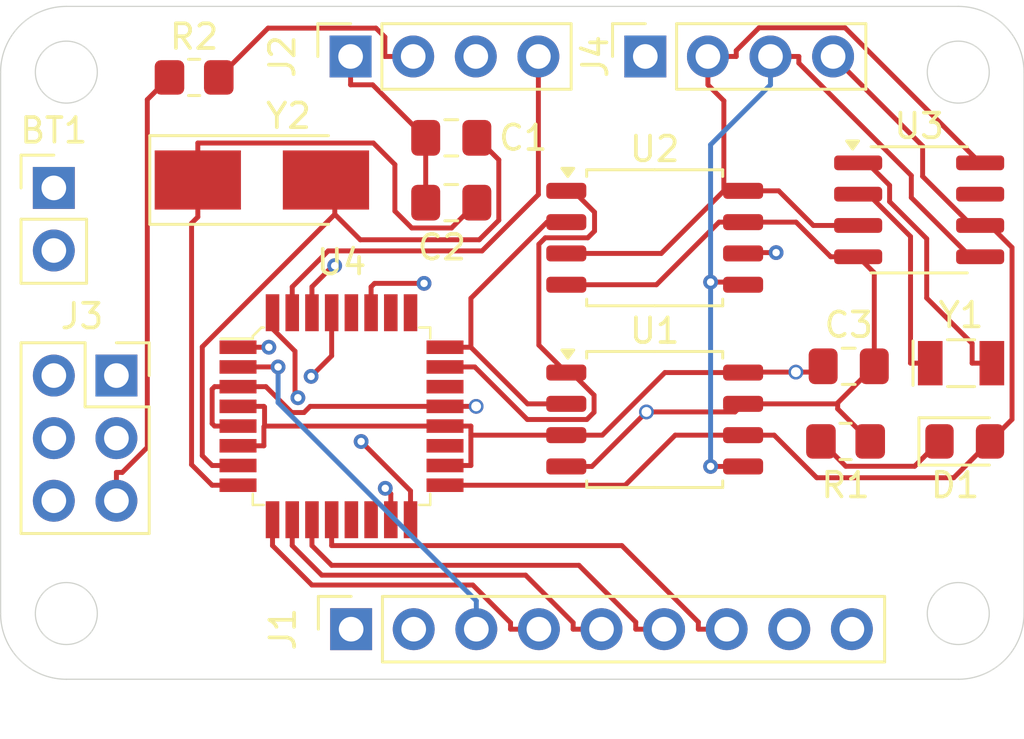
<source format=kicad_pcb>
(kicad_pcb (version 20241229) (generator "pcbnew") (generator_version "9.0")
  (title_block (title "Battery powered Arduino clone with clock &  Extended EEPROM") (date "2025-07-02") (rev "1") (company "DGN Holdings") (comment 1 "Designed by Gathonjia in Nanyuki"))
  (layers (0 "F.Cu" signal) (4 "In1.Cu" signal) (6 "In2.Cu" signal) (2 "B.Cu" signal) (13 "F.Paste" user) (15 "B.Paste" user) (5 "F.SilkS" user "F.Silkscreen") (7 "B.SilkS" user "B.Silkscreen") (1 "F.Mask" user) (3 "B.Mask" user) (25 "Edge.Cuts" user))
  (net 0 "")
  (net 1 "GNDPWR")
  (net 2 "/VCC")
  (net 3 "Net-(U4-PB6)")
  (net 4 "Net-(U4-PB7)")
  (net 5 "Net-(D1-K)")
  (net 6 "/SCK")
  (net 7 "/D7")
  (net 8 "/D6")
  (net 9 "/D5")
  (net 10 "/D4")
  (net 11 "/D3")
  (net 12 "/D8")
  (net 13 "/D2")
  (net 14 "/RX")
  (net 15 "/TX")
  (net 16 "/MOSI")
  (net 17 "/MISO")
  (net 18 "/RESET")
  (net 19 "/SDA")
  (net 20 "/ADDS1")
  (net 21 "/ADDS2")
  (net 23 "Net-(U3-X2)")
  (net 24 "Net-(U3-X1)")
  (footprint "digikey-footprints:TQFP-32_7x7mm" (layer "F.Cu") (at 159.376 83.433)
    (property "Reference" "U4" (at 0 -6.25 0) (layer "F.SilkS"))
    (property "Value" "ATMEGA328-AU")
    (fp_line (start -3.6 -3.25) (end -3.6 -3.15) (stroke (width 0.1)) (layer "F.SilkS"))
    (fp_line (start -3.6 -3.15) (end -4.9 -3.15) (stroke (width 0.1)) (layer "F.SilkS"))
    (fp_line (start -3.6 3.6) (end -3.6 3.15) (stroke (width 0.1)) (layer "F.SilkS"))
    (fp_line (start -3.6 3.6) (end -3.15 3.6) (stroke (width 0.1)) (layer "F.SilkS"))
    (fp_line (start -3.25 -3.6) (end -3.6 -3.25) (stroke (width 0.1)) (layer "F.SilkS"))
    (fp_line (start -3.15 -3.6) (end -3.25 -3.6) (stroke (width 0.1)) (layer "F.SilkS"))
    (fp_line (start 3.6 -3.6) (end 3.15 -3.6) (stroke (width 0.1)) (layer "F.SilkS"))
    (fp_line (start 3.6 -3.6) (end 3.6 -3.15) (stroke (width 0.1)) (layer "F.SilkS"))
    (fp_line (start 3.6 3.6) (end 3.15 3.6) (stroke (width 0.1)) (layer "F.SilkS"))
    (fp_line (start 3.6 3.6) (end 3.6 3.15) (stroke (width 0.1)) (layer "F.SilkS"))
    (pad "1" smd rect (at -4.2 -2.8) (size 1.5 0.55) (layers "F.Cu" "F.Mask" "F.Paste") (net 11 "/D3"))
    (pad "2" smd rect (at -4.2 -2) (size 1.5 0.55) (layers "F.Cu" "F.Mask" "F.Paste") (net 10 "/D4"))
    (pad "3" smd rect (at -4.2 -1.2) (size 1.5 0.55) (layers "F.Cu" "F.Mask" "F.Paste") (net 1 "GNDPWR"))
    (pad "4" smd rect (at -4.2 -0.4) (size 1.5 0.55) (layers "F.Cu" "F.Mask" "F.Paste") (net 2 "/VCC"))
    (pad "5" smd rect (at -4.2 0.4) (size 1.5 0.55) (layers "F.Cu" "F.Mask" "F.Paste") (net 1 "GNDPWR"))
    (pad "6" smd rect (at -4.2 1.2) (size 1.5 0.55) (layers "F.Cu" "F.Mask" "F.Paste") (net 2 "/VCC"))
    (pad "7" smd rect (at -4.2 2) (size 1.5 0.55) (layers "F.Cu" "F.Mask" "F.Paste") (net 3 "Net-(U4-PB6)"))
    (pad "8" smd rect (at -4.2 2.8) (size 1.5 0.55) (layers "F.Cu" "F.Mask" "F.Paste") (net 4 "Net-(U4-PB7)"))
    (pad "9" smd rect (at -2.8 4.2) (size 0.55 1.5) (layers "F.Cu" "F.Mask" "F.Paste") (net 9 "/D5"))
    (pad "10" smd rect (at -2 4.2) (size 0.55 1.5) (layers "F.Cu" "F.Mask" "F.Paste") (net 8 "/D6"))
    (pad "11" smd rect (at -1.2 4.2) (size 0.55 1.5) (layers "F.Cu" "F.Mask" "F.Paste") (net 7 "/D7"))
    (pad "12" smd rect (at -0.4 4.2) (size 0.55 1.5) (layers "F.Cu" "F.Mask" "F.Paste") (net 12 "/D8"))
    (pad "13" smd rect (at 0.4 4.2) (size 0.55 1.5) (layers "F.Cu" "F.Mask" "F.Paste"))
    (pad "14" smd rect (at 1.2 4.2) (size 0.55 1.5) (layers "F.Cu" "F.Mask" "F.Paste"))
    (pad "15" smd rect (at 2 4.2) (size 0.55 1.5) (layers "F.Cu" "F.Mask" "F.Paste") (net 16 "/MOSI"))
    (pad "16" smd rect (at 2.8 4.2) (size 0.55 1.5) (layers "F.Cu" "F.Mask" "F.Paste") (net 17 "/MISO"))
    (pad "17" smd rect (at 4.2 2.8) (size 1.5 0.55) (layers "F.Cu" "F.Mask" "F.Paste") (net 6 "/SCK"))
    (pad "18" smd rect (at 4.2 2) (size 1.5 0.55) (layers "F.Cu" "F.Mask" "F.Paste") (net 2 "/VCC"))
    (pad "19" smd rect (at 4.2 1.2) (size 1.5 0.55) (layers "F.Cu" "F.Mask" "F.Paste"))
    (pad "20" smd rect (at 4.2 0.4) (size 1.5 0.55) (layers "F.Cu" "F.Mask" "F.Paste") (net 2 "/VCC"))
    (pad "21" smd rect (at 4.2 -0.4) (size 1.5 0.55) (layers "F.Cu" "F.Mask" "F.Paste") (net 1 "GNDPWR"))
    (pad "22" smd rect (at 4.2 -1.2) (size 1.5 0.55) (layers "F.Cu" "F.Mask" "F.Paste"))
    (pad "23" smd rect (at 4.2 -2) (size 1.5 0.55) (layers "F.Cu" "F.Mask" "F.Paste") (net 20 "/ADDS1"))
    (pad "24" smd rect (at 4.2 -2.8) (size 1.5 0.55) (layers "F.Cu" "F.Mask" "F.Paste") (net 21 "/ADDS2"))
    (pad "25" smd rect (at 2.8 -4.2) (size 0.55 1.5) (layers "F.Cu" "F.Mask" "F.Paste"))
    (pad "26" smd rect (at 2 -4.2) (size 0.55 1.5) (layers "F.Cu" "F.Mask" "F.Paste"))
    (pad "27" smd rect (at 1.2 -4.2) (size 0.55 1.5) (layers "F.Cu" "F.Mask" "F.Paste") (net 19 "/SDA"))
    (pad "28" smd rect (at 0.4 -4.2) (size 0.55 1.5) (layers "F.Cu" "F.Mask" "F.Paste"))
    (pad "29" smd rect (at -0.4 -4.2) (size 0.55 1.5) (layers "F.Cu" "F.Mask" "F.Paste") (net 18 "/RESET"))
    (pad "30" smd rect (at -1.2 -4.2) (size 0.55 1.5) (layers "F.Cu" "F.Mask" "F.Paste") (net 14 "/RX"))
    (pad "31" smd rect (at -2 -4.2) (size 0.55 1.5) (layers "F.Cu" "F.Mask" "F.Paste") (net 15 "/TX"))
    (pad "32" smd rect (at -2.8 -4.2) (size 0.55 1.5) (layers "F.Cu" "F.Mask" "F.Paste") (net 13 "/D2"))
  )
  (footprint "Connector_PinSocket_2.54mm:PinSocket_2x03_P2.54mm_Vertical" (layer "F.Cu") (at 150.241 81.783)
    (property "Reference" "J3" (at -1.397 -2.408 0) (layer "F.SilkS"))
    (property "Value" "ICSP")
    (fp_line (start -3.87 -1.33) (end -3.87 6.41) (stroke (width 0.12)) (layer "F.SilkS"))
    (fp_line (start -3.87 -1.33) (end -1.27 -1.33) (stroke (width 0.12)) (layer "F.SilkS"))
    (fp_line (start -3.87 6.41) (end 1.33 6.41) (stroke (width 0.12)) (layer "F.SilkS"))
    (fp_line (start -1.27 -1.33) (end -1.27 1.27) (stroke (width 0.12)) (layer "F.SilkS"))
    (fp_line (start -1.27 1.27) (end 1.33 1.27) (stroke (width 0.12)) (layer "F.SilkS"))
    (fp_line (start 0 -1.33) (end 1.33 -1.33) (stroke (width 0.12)) (layer "F.SilkS"))
    (fp_line (start 1.33 -1.33) (end 1.33 0) (stroke (width 0.12)) (layer "F.SilkS"))
    (fp_line (start 1.33 1.27) (end 1.33 6.41) (stroke (width 0.12)) (layer "F.SilkS"))
    (pad "1" thru_hole rect (at 0 0) (size 1.7 1.7) (drill 1) (layers "*.Cu" "*.Mask") (net 17 "/MISO"))
    (pad "2" thru_hole oval (at -2.54 0) (size 1.7 1.7) (drill 1) (layers "*.Cu" "*.Mask") (net 2 "/VCC"))
    (pad "3" thru_hole oval (at 0 2.54) (size 1.7 1.7) (drill 1) (layers "*.Cu" "*.Mask") (net 6 "/SCK"))
    (pad "4" thru_hole oval (at -2.54 2.54) (size 1.7 1.7) (drill 1) (layers "*.Cu" "*.Mask") (net 16 "/MOSI"))
    (pad "5" thru_hole oval (at 0 5.08) (size 1.7 1.7) (drill 1) (layers "*.Cu" "*.Mask") (net 18 "/RESET"))
    (pad "6" thru_hole oval (at -2.54 5.08) (size 1.7 1.7) (drill 1) (layers "*.Cu" "*.Mask") (net 1 "GNDPWR"))
  )
  (footprint "Connector_PinSocket_2.54mm:PinSocket_1x04_P2.54mm_Vertical" (layer "F.Cu") (at 159.7447 68.834 90)
    (property "Reference" "J2" (at 0 -2.77 90) (layer "F.SilkS"))
    (property "Value" "Serial")
    (fp_line (start 1.33 -1.33) (end 1.33 0) (stroke (width 0.12)) (layer "F.SilkS"))
    (fp_line (start 0 -1.33) (end 1.33 -1.33) (stroke (width 0.12)) (layer "F.SilkS"))
    (fp_line (start 1.33 1.27) (end 1.33 8.95) (stroke (width 0.12)) (layer "F.SilkS"))
    (fp_line (start -1.33 1.27) (end 1.33 1.27) (stroke (width 0.12)) (layer "F.SilkS"))
    (fp_line (start -1.33 1.27) (end -1.33 8.95) (stroke (width 0.12)) (layer "F.SilkS"))
    (fp_line (start -1.33 8.95) (end 1.33 8.95) (stroke (width 0.12)) (layer "F.SilkS"))
    (pad "1" thru_hole rect (at 0 0 90) (size 1.7 1.7) (drill 1) (layers "*.Cu" "*.Mask") (net 1 "GNDPWR"))
    (pad "2" thru_hole oval (at 0 2.54 90) (size 1.7 1.7) (drill 1) (layers "*.Cu" "*.Mask") (net 2 "/VCC"))
    (pad "3" thru_hole oval (at 0 5.08 90) (size 1.7 1.7) (drill 1) (layers "*.Cu" "*.Mask") (net 14 "/RX"))
    (pad "4" thru_hole oval (at 0 7.62 90) (size 1.7 1.7) (drill 1) (layers "*.Cu" "*.Mask") (net 15 "/TX"))
  )
  (footprint "Connector_PinSocket_2.54mm:PinSocket_1x04_P2.54mm_Vertical" (layer "F.Cu") (at 171.704 68.834 90)
    (property "Reference" "J4" (at 0 -2.032 90) (layer "F.SilkS"))
    (property "Value" "I2C")
    (fp_line (start 1.33 -1.33) (end 1.33 0) (stroke (width 0.12)) (layer "F.SilkS"))
    (fp_line (start 0 -1.33) (end 1.33 -1.33) (stroke (width 0.12)) (layer "F.SilkS"))
    (fp_line (start 1.33 1.27) (end 1.33 8.95) (stroke (width 0.12)) (layer "F.SilkS"))
    (fp_line (start -1.33 1.27) (end 1.33 1.27) (stroke (width 0.12)) (layer "F.SilkS"))
    (fp_line (start -1.33 1.27) (end -1.33 8.95) (stroke (width 0.12)) (layer "F.SilkS"))
    (fp_line (start -1.33 8.95) (end 1.33 8.95) (stroke (width 0.12)) (layer "F.SilkS"))
    (pad "1" thru_hole rect (at 0 0 90) (size 1.7 1.7) (drill 1) (layers "*.Cu" "*.Mask") (net 1 "GNDPWR"))
    (pad "2" thru_hole oval (at 0 2.54 90) (size 1.7 1.7) (drill 1) (layers "*.Cu" "*.Mask") (net 2 "/VCC"))
    (pad "3" thru_hole oval (at 0 5.08 90) (size 1.7 1.7) (drill 1) (layers "*.Cu" "*.Mask") (net 19 "/SDA"))
    (pad "4" thru_hole oval (at 0 7.62 90) (size 1.7 1.7) (drill 1) (layers "*.Cu" "*.Mask") (net 6 "/SCK"))
  )
  (footprint "Capacitor_SMD:C_0805_2012Metric_Pad1.18x1.45mm_HandSolder" (layer "F.Cu") (at 163.83 72.136)
    (property "Reference" "C1" (at 2.921 0 0) (layer "F.SilkS"))
    (property "Value" "22pF")
    (fp_line (start -0.261252 -0.735) (end 0.261252 -0.735) (stroke (width 0.12)) (layer "F.SilkS"))
    (fp_line (start -0.261252 0.735) (end 0.261252 0.735) (stroke (width 0.12)) (layer "F.SilkS"))
    (pad "1" smd roundrect (at -1.0375 0) (size 1.175 1.45) (layers "F.Cu" "F.Mask" "F.Paste") (roundrect_rratio 0.212766) (net 1 "GNDPWR"))
    (pad "2" smd roundrect (at 1.0375 0) (size 1.175 1.45) (layers "F.Cu" "F.Mask" "F.Paste") (roundrect_rratio 0.212766) (net 3 "Net-(U4-PB6)"))
  )
  (footprint "Package_SO:SOIC-8_5.3x5.3mm_P1.27mm" (layer "F.Cu") (at 172.085 83.566)
    (property "Reference" "U1" (at 0 -3.6 0) (layer "F.SilkS"))
    (property "Value" "24LC1025")
    (fp_line (start -2.76 -2.76) (end -2.76 -2.49) (stroke (width 0.12)) (layer "F.SilkS"))
    (fp_line (start -2.76 2.76) (end -2.76 2.49) (stroke (width 0.12)) (layer "F.SilkS"))
    (fp_line (start 0 -2.76) (end -2.76 -2.76) (stroke (width 0.12)) (layer "F.SilkS"))
    (fp_line (start 0 -2.76) (end 2.76 -2.76) (stroke (width 0.12)) (layer "F.SilkS"))
    (fp_line (start 0 2.76) (end -2.76 2.76) (stroke (width 0.12)) (layer "F.SilkS"))
    (fp_line (start 0 2.76) (end 2.76 2.76) (stroke (width 0.12)) (layer "F.SilkS"))
    (fp_line (start 2.76 -2.76) (end 2.76 -2.49) (stroke (width 0.12)) (layer "F.SilkS"))
    (fp_line (start 2.76 2.76) (end 2.76 2.49) (stroke (width 0.12)) (layer "F.SilkS"))
    (fp_poly (pts (xy -3.525 -2.49) (xy -3.765 -2.82) (xy -3.285 -2.82) (xy -3.525 -2.49)) (stroke (width 0.12)) (fill yes) (layer "F.SilkS"))
    (pad "1" smd roundrect (at -3.5875 -1.905) (size 1.625 0.65) (layers "F.Cu" "F.Mask" "F.Paste") (net 20 "/ADDS1"))
    (pad "2" smd roundrect (at -3.5875 -0.635) (size 1.625 0.65) (layers "F.Cu" "F.Mask" "F.Paste") (net 21 "/ADDS2"))
    (pad "3" smd roundrect (at -3.5875 0.635) (size 1.625 0.65) (layers "F.Cu" "F.Mask" "F.Paste") (net 2 "/VCC"))
    (pad "4" smd roundrect (at -3.5875 1.905) (size 1.625 0.65) (layers "F.Cu" "F.Mask" "F.Paste") (net 1 "GNDPWR"))
    (pad "5" smd roundrect (at 3.5875 1.905) (size 1.625 0.65) (layers "F.Cu" "F.Mask" "F.Paste") (net 19 "/SDA"))
    (pad "6" smd roundrect (at 3.5875 0.635) (size 1.625 0.65) (layers "F.Cu" "F.Mask" "F.Paste") (net 6 "/SCK"))
    (pad "7" smd roundrect (at 3.5875 -0.635) (size 1.625 0.65) (layers "F.Cu" "F.Mask" "F.Paste") (net 1 "GNDPWR"))
    (pad "8" smd roundrect (at 3.5875 -1.905) (size 1.625 0.65) (layers "F.Cu" "F.Mask" "F.Paste") (net 2 "/VCC"))
  )
  (footprint "Capacitor_SMD:C_0805_2012Metric_Pad1.18x1.45mm_HandSolder" (layer "F.Cu") (at 163.83 74.7669)
    (property "Reference" "C2" (at -0.381 1.814119 180) (layer "F.SilkS"))
    (property "Value" "22pF")
    (fp_line (start -0.261252 -0.735) (end 0.261252 -0.735) (stroke (width 0.12)) (layer "F.SilkS"))
    (fp_line (start -0.261252 0.735) (end 0.261252 0.735) (stroke (width 0.12)) (layer "F.SilkS"))
    (pad "1" smd roundrect (at -1.0375 0) (size 1.175 1.45) (layers "F.Cu" "F.Mask" "F.Paste") (roundrect_rratio 0.212766) (net 1 "GNDPWR"))
    (pad "2" smd roundrect (at 1.0375 0) (size 1.175 1.45) (layers "F.Cu" "F.Mask" "F.Paste") (roundrect_rratio 0.212766) (net 4 "Net-(U4-PB7)"))
  )
  (footprint "Crystal:Crystal_SMD_MicroCrystal_CC7V-T1A-2Pin_3.2x1.5mm" (layer "F.Cu") (at 184.517 81.28)
    (property "Reference" "Y1" (at 0 -1.95 0) (layer "F.SilkS"))
    (property "Value" "32MHz")
    (fp_line (start -1.95 -0.9) (end -1.95 0.9) (stroke (width 0.12)) (layer "F.SilkS"))
    (fp_line (start -0.55 -0.95) (end 0.55 -0.95) (stroke (width 0.12)) (layer "F.SilkS"))
    (fp_line (start -0.55 0.95) (end 0.55 0.95) (stroke (width 0.12)) (layer "F.SilkS"))
    (pad "1" smd rect (at -1.25 0) (size 1 1.8) (layers "F.Cu" "F.Mask" "F.Paste") (net 23 "Net-(U3-X2)"))
    (pad "2" smd rect (at 1.25 0) (size 1 1.8) (layers "F.Cu" "F.Mask" "F.Paste") (net 24 "Net-(U3-X1)"))
  )
  (footprint "Capacitor_SMD:C_0805_2012Metric_Pad1.18x1.45mm_HandSolder" (layer "F.Cu") (at 179.958 81.407)
    (property "Reference" "C3" (at 0 -1.68 0) (layer "F.SilkS"))
    (property "Value" "10uF")
    (fp_line (start -0.261252 -0.735) (end 0.261252 -0.735) (stroke (width 0.12)) (layer "F.SilkS"))
    (fp_line (start -0.261252 0.735) (end 0.261252 0.735) (stroke (width 0.12)) (layer "F.SilkS"))
    (pad "1" smd roundrect (at -1.0375 0) (size 1.175 1.45) (layers "F.Cu" "F.Mask" "F.Paste") (roundrect_rratio 0.212766) (net 2 "/VCC"))
    (pad "2" smd roundrect (at 1.0375 0) (size 1.175 1.45) (layers "F.Cu" "F.Mask" "F.Paste") (roundrect_rratio 0.212766) (net 1 "GNDPWR"))
  )
  (footprint "Connector_PinHeader_2.54mm:PinHeader_1x02_P2.54mm_Vertical" (layer "F.Cu") (at 147.701 74.168)
    (property "Reference" "BT1" (at 0 -2.33 0) (layer "F.SilkS"))
    (property "Value" "Battery 3V")
    (fp_line (start -1.33 -1.33) (end 0 -1.33) (stroke (width 0.12)) (layer "F.SilkS"))
    (fp_line (start -1.33 0) (end -1.33 -1.33) (stroke (width 0.12)) (layer "F.SilkS"))
    (fp_line (start -1.33 1.27) (end -1.33 3.87) (stroke (width 0.12)) (layer "F.SilkS"))
    (fp_line (start -1.33 1.27) (end 1.33 1.27) (stroke (width 0.12)) (layer "F.SilkS"))
    (fp_line (start -1.33 3.87) (end 1.33 3.87) (stroke (width 0.12)) (layer "F.SilkS"))
    (fp_line (start 1.33 1.27) (end 1.33 3.87) (stroke (width 0.12)) (layer "F.SilkS"))
    (pad "1" thru_hole rect (at 0 0) (size 1.7 1.7) (drill 1) (layers "*.Cu" "*.Mask") (net 2 "/VCC"))
    (pad "2" thru_hole oval (at 0 2.54) (size 1.7 1.7) (drill 1) (layers "*.Cu" "*.Mask") (net 1 "GNDPWR"))
  )
  (footprint "Resistor_SMD:R_0805_2012Metric_Pad1.20x1.40mm_HandSolder" (layer "F.Cu") (at 153.3947 69.684)
    (property "Reference" "R2" (at 0 -1.65 0) (layer "F.SilkS"))
    (property "Value" "10KOhm")
    (fp_line (start -0.227064 -0.735) (end 0.227064 -0.735) (stroke (width 0.12)) (layer "F.SilkS"))
    (fp_line (start -0.227064 0.735) (end 0.227064 0.735) (stroke (width 0.12)) (layer "F.SilkS"))
    (pad "1" smd roundrect (at -1 0) (size 1.2 1.4) (layers "F.Cu" "F.Mask" "F.Paste") (roundrect_rratio 0.208333) (net 18 "/RESET"))
    (pad "2" smd roundrect (at 1 0) (size 1.2 1.4) (layers "F.Cu" "F.Mask" "F.Paste") (roundrect_rratio 0.208333) (net 2 "/VCC"))
  )
  (footprint "LED_SMD:LED_0805_2012Metric_Pad1.15x1.40mm_HandSolder" (layer "F.Cu") (at 184.667 84.455)
    (property "Reference" "D1" (at -0.391 1.778 180) (layer "F.SilkS"))
    (property "Value" "LED")
    (fp_line (start -1.86 -0.96) (end -1.86 0.96) (stroke (width 0.12)) (layer "F.SilkS"))
    (fp_line (start -1.86 0.96) (end 1 0.96) (stroke (width 0.12)) (layer "F.SilkS"))
    (fp_line (start 1 -0.96) (end -1.86 -0.96) (stroke (width 0.12)) (layer "F.SilkS"))
    (pad "1" smd roundrect (at -1.025 0) (size 1.15 1.4) (layers "F.Cu" "F.Mask" "F.Paste") (roundrect_rratio 0.217391) (net 5 "Net-(D1-K)"))
    (pad "2" smd roundrect (at 1.025 0) (size 1.15 1.4) (layers "F.Cu" "F.Mask" "F.Paste") (roundrect_rratio 0.217391) (net 6 "/SCK"))
  )
  (footprint "Crystal:Crystal_SMD_5032-2Pin_5.0x3.2mm_HandSoldering" (layer "F.Cu") (at 156.1447 73.8469)
    (property "Reference" "Y2" (at 1.081343 -2.599881 0) (layer "F.SilkS"))
    (property "Value" "16MHz")
    (fp_line (start -4.55 -1.8) (end -4.55 1.8) (stroke (width 0.12)) (layer "F.SilkS"))
    (fp_line (start -4.55 1.8) (end 2.7 1.8) (stroke (width 0.12)) (layer "F.SilkS"))
    (fp_line (start 2.7 -1.8) (end -4.55 -1.8) (stroke (width 0.12)) (layer "F.SilkS"))
    (pad "1" smd rect (at -2.6 0) (size 3.5 2.4) (layers "F.Cu" "F.Mask" "F.Paste") (net 4 "Net-(U4-PB7)"))
    (pad "2" smd rect (at 2.6 0) (size 3.5 2.4) (layers "F.Cu" "F.Mask" "F.Paste") (net 3 "Net-(U4-PB6)"))
  )
  (footprint "Package_SO:SOIC-8_3.9x4.9mm_P1.27mm" (layer "F.Cu") (at 182.817 75.057)
    (property "Reference" "U3" (at 0 -3.4 0) (layer "F.SilkS"))
    (property "Value" "DS13375+")
    (fp_line (start 0 -2.56) (end -1.95 -2.56) (stroke (width 0.12)) (layer "F.SilkS"))
    (fp_line (start 0 -2.56) (end 1.95 -2.56) (stroke (width 0.12)) (layer "F.SilkS"))
    (fp_line (start 0 2.56) (end -1.95 2.56) (stroke (width 0.12)) (layer "F.SilkS"))
    (fp_line (start 0 2.56) (end 1.95 2.56) (stroke (width 0.12)) (layer "F.SilkS"))
    (fp_poly (pts (xy -2.7 -2.465) (xy -2.94 -2.795) (xy -2.46 -2.795) (xy -2.7 -2.465)) (stroke (width 0.12)) (fill yes) (layer "F.SilkS"))
    (pad "1" smd roundrect (at -2.475 -1.905) (size 1.95 0.6) (layers "F.Cu" "F.Mask" "F.Paste") (net 24 "Net-(U3-X1)"))
    (pad "2" smd roundrect (at -2.475 -0.635) (size 1.95 0.6) (layers "F.Cu" "F.Mask" "F.Paste") (net 23 "Net-(U3-X2)"))
    (pad "3" smd roundrect (at -2.475 0.635) (size 1.95 0.6) (layers "F.Cu" "F.Mask" "F.Paste") (net 2 "/VCC"))
    (pad "4" smd roundrect (at -2.475 1.905) (size 1.95 0.6) (layers "F.Cu" "F.Mask" "F.Paste") (net 1 "GNDPWR"))
    (pad "5" smd roundrect (at 2.475 1.905) (size 1.95 0.6) (layers "F.Cu" "F.Mask" "F.Paste") (net 19 "/SDA"))
    (pad "6" smd roundrect (at 2.475 0.635) (size 1.95 0.6) (layers "F.Cu" "F.Mask" "F.Paste") (net 6 "/SCK"))
    (pad "7" smd roundrect (at 2.475 -0.635) (size 1.95 0.6) (layers "F.Cu" "F.Mask" "F.Paste"))
    (pad "8" smd roundrect (at 2.475 -1.905) (size 1.95 0.6) (layers "F.Cu" "F.Mask" "F.Paste") (net 2 "/VCC"))
  )
  (footprint "Package_SO:SOIC-8_5.3x5.3mm_P1.27mm" (layer "F.Cu") (at 172.085 76.192)
    (property "Reference" "U2" (at 0 -3.6 0) (layer "F.SilkS"))
    (property "Value" "24LC1025")
    (fp_line (start -2.76 -2.76) (end -2.76 -2.49) (stroke (width 0.12)) (layer "F.SilkS"))
    (fp_line (start -2.76 2.76) (end -2.76 2.49) (stroke (width 0.12)) (layer "F.SilkS"))
    (fp_line (start 0 -2.76) (end -2.76 -2.76) (stroke (width 0.12)) (layer "F.SilkS"))
    (fp_line (start 0 -2.76) (end 2.76 -2.76) (stroke (width 0.12)) (layer "F.SilkS"))
    (fp_line (start 0 2.76) (end -2.76 2.76) (stroke (width 0.12)) (layer "F.SilkS"))
    (fp_line (start 0 2.76) (end 2.76 2.76) (stroke (width 0.12)) (layer "F.SilkS"))
    (fp_line (start 2.76 -2.76) (end 2.76 -2.49) (stroke (width 0.12)) (layer "F.SilkS"))
    (fp_line (start 2.76 2.76) (end 2.76 2.49) (stroke (width 0.12)) (layer "F.SilkS"))
    (fp_poly (pts (xy -3.525 -2.49) (xy -3.765 -2.82) (xy -3.285 -2.82) (xy -3.525 -2.49)) (stroke (width 0.12)) (fill yes) (layer "F.SilkS"))
    (pad "1" smd roundrect (at -3.5875 -1.905) (size 1.625 0.65) (layers "F.Cu" "F.Mask" "F.Paste") (net 20 "/ADDS1"))
    (pad "2" smd roundrect (at -3.5875 -0.635) (size 1.625 0.65) (layers "F.Cu" "F.Mask" "F.Paste") (net 21 "/ADDS2"))
    (pad "3" smd roundrect (at -3.5875 0.635) (size 1.625 0.65) (layers "F.Cu" "F.Mask" "F.Paste") (net 2 "/VCC"))
    (pad "4" smd roundrect (at -3.5875 1.905) (size 1.625 0.65) (layers "F.Cu" "F.Mask" "F.Paste") (net 1 "GNDPWR"))
    (pad "5" smd roundrect (at 3.5875 1.905) (size 1.625 0.65) (layers "F.Cu" "F.Mask" "F.Paste") (net 19 "/SDA"))
    (pad "6" smd roundrect (at 3.5875 0.635) (size 1.625 0.65) (layers "F.Cu" "F.Mask" "F.Paste") (net 6 "/SCK"))
    (pad "7" smd roundrect (at 3.5875 -0.635) (size 1.625 0.65) (layers "F.Cu" "F.Mask" "F.Paste") (net 1 "GNDPWR"))
    (pad "8" smd roundrect (at 3.5875 -1.905) (size 1.625 0.65) (layers "F.Cu" "F.Mask" "F.Paste") (net 2 "/VCC"))
  )
  (footprint "Connector_PinSocket_2.54mm:PinSocket_1x09_P2.54mm_Vertical" (layer "F.Cu") (at 159.766 92.075 90)
    (property "Reference" "J1" (at 0 -2.77 90) (layer "F.SilkS"))
    (property "Value" "Digital pins")
    (fp_line (start 1.33 -1.33) (end 1.33 0) (stroke (width 0.12)) (layer "F.SilkS"))
    (fp_line (start 0 -1.33) (end 1.33 -1.33) (stroke (width 0.12)) (layer "F.SilkS"))
    (fp_line (start 1.33 1.27) (end 1.33 21.65) (stroke (width 0.12)) (layer "F.SilkS"))
    (fp_line (start -1.33 1.27) (end 1.33 1.27) (stroke (width 0.12)) (layer "F.SilkS"))
    (fp_line (start -1.33 1.27) (end -1.33 21.65) (stroke (width 0.12)) (layer "F.SilkS"))
    (fp_line (start -1.33 21.65) (end 1.33 21.65) (stroke (width 0.12)) (layer "F.SilkS"))
    (pad "1" thru_hole rect (at 0 0 90) (size 1.7 1.7) (drill 1) (layers "*.Cu" "*.Mask") (net 13 "/D2"))
    (pad "2" thru_hole oval (at 0 2.54 90) (size 1.7 1.7) (drill 1) (layers "*.Cu" "*.Mask") (net 11 "/D3"))
    (pad "3" thru_hole oval (at 0 5.08 90) (size 1.7 1.7) (drill 1) (layers "*.Cu" "*.Mask") (net 10 "/D4"))
    (pad "4" thru_hole oval (at 0 7.62 90) (size 1.7 1.7) (drill 1) (layers "*.Cu" "*.Mask") (net 9 "/D5"))
    (pad "5" thru_hole oval (at 0 10.16 90) (size 1.7 1.7) (drill 1) (layers "*.Cu" "*.Mask") (net 8 "/D6"))
    (pad "6" thru_hole oval (at 0 12.7 90) (size 1.7 1.7) (drill 1) (layers "*.Cu" "*.Mask") (net 7 "/D7"))
    (pad "7" thru_hole oval (at 0 15.24 90) (size 1.7 1.7) (drill 1) (layers "*.Cu" "*.Mask") (net 12 "/D8"))
    (pad "8" thru_hole oval (at 0 17.78 90) (size 1.7 1.7) (drill 1) (layers "*.Cu" "*.Mask") (net 1 "GNDPWR"))
    (pad "9" thru_hole oval (at 0 20.32 90) (size 1.7 1.7) (drill 1) (layers "*.Cu" "*.Mask") (net 2 "/VCC"))
  )
  (footprint "Resistor_SMD:R_0805_2012Metric_Pad1.20x1.40mm_HandSolder" (layer "F.Cu") (at 179.831 84.455)
    (property "Reference" "R1" (at 0 1.778 0) (layer "F.SilkS"))
    (property "Value" "330Ohm")
    (fp_line (start -0.227064 -0.735) (end 0.227064 -0.735) (stroke (width 0.12)) (layer "F.SilkS"))
    (fp_line (start -0.227064 0.735) (end 0.227064 0.735) (stroke (width 0.12)) (layer "F.SilkS"))
    (pad "1" smd roundrect (at -1 0) (size 1.2 1.4) (layers "F.Cu" "F.Mask" "F.Paste") (roundrect_rratio 0.208333) (net 5 "Net-(D1-K)"))
    (pad "2" smd roundrect (at 1 0) (size 1.2 1.4) (layers "F.Cu" "F.Mask" "F.Paste") (roundrect_rratio 0.208333) (net 1 "GNDPWR"))
  )
  (gr_arc (start 148.209 94.107) (mid 146.323146 93.325854) (end 145.542 91.44) (stroke (width 0.05)) (layer "Edge.Cuts"))
  (gr_circle (center 148.209 69.469) (end 149.098 70.358) (stroke (width 0.05)) (fill no) (layer "Edge.Cuts"))
  (gr_arc (start 145.542 69.469) (mid 146.323146 67.583146) (end 148.209 66.802) (stroke (width 0.05)) (layer "Edge.Cuts"))
  (gr_circle (center 184.404 69.469) (end 185.293 70.358) (stroke (width 0.05)) (fill no) (layer "Edge.Cuts"))
  (gr_line (start 184.404 94.107) (end 148.209 94.107) (stroke (width 0.05)) (layer "Edge.Cuts"))
  (gr_line (start 145.542 91.44) (end 145.542 69.469) (stroke (width 0.05)) (layer "Edge.Cuts"))
  (gr_arc (start 187.071 91.44) (mid 186.289854 93.325854) (end 184.404 94.107) (stroke (width 0.05)) (layer "Edge.Cuts"))
  (gr_line (start 148.209 66.802) (end 184.404 66.802) (stroke (width 0.05)) (layer "Edge.Cuts"))
  (gr_arc (start 184.404 66.802) (mid 186.289854 67.583146) (end 187.071 69.469) (stroke (width 0.05)) (layer "Edge.Cuts"))
  (gr_circle (center 184.404 91.44) (end 185.293 92.329) (stroke (width 0.05)) (fill no) (layer "Edge.Cuts"))
  (gr_line (start 187.071 69.469) (end 187.071 91.44) (stroke (width 0.05)) (layer "Edge.Cuts"))
  (gr_circle (center 148.209 91.44) (end 149.098 92.329) (stroke (width 0.05)) (fill no) (layer "Edge.Cuts"))
  (segment (start 156.3074 82.233) (end 157.3571 83.2827) (width 0.2) (layer "F.Cu") (net 1))
  (segment (start 172.1557 78.097) (end 168.4975 78.097) (width 0.2) (layer "F.Cu") (net 1))
  (segment (start 180.9955 81.407) (end 179.51 82.8925) (width 0.2) (layer "F.Cu") (net 1))
  (segment (start 177.8226 75.557) (end 175.6725 75.557) (width 0.2) (layer "F.Cu") (net 1))
  (segment (start 157.8542 83.2827) (end 158.1039 83.033) (width 0.2) (layer "F.Cu") (net 1))
  (segment (start 154.1259 83.7329) (end 154.1259 82.3331) (width 0.2) (layer "F.Cu") (net 1))
  (segment (start 155.176 82.233) (end 156.3074 82.233) (width 0.2) (layer "F.Cu") (net 1))
  (segment (start 154.1259 82.3331) (end 154.226 82.233) (width 0.2) (layer "F.Cu") (net 1))
  (segment (start 155.176 82.233) (end 154.226 82.233) (width 0.2) (layer "F.Cu") (net 1))
  (segment (start 160.6406 69.9841) (end 162.7925 72.136) (width 0.2) (layer "F.Cu") (net 1))
  (segment (start 179.51 82.931) (end 179.51 83.134) (width 0.2) (layer "F.Cu") (net 1))
  (segment (start 171.749 83.2592) (end 175.3443 83.2592) (width 0.2) (layer "F.Cu") (net 1))
  (segment (start 174.6957 75.557) (end 172.1557 78.097) (width 0.2) (layer "F.Cu") (net 1))
  (segment (start 159.7447 68.834) (end 159.7447 69.9841) (width 0.2) (layer "F.Cu") (net 1))
  (segment (start 179.51 82.8925) (end 179.51 82.931) (width 0.2) (layer "F.Cu") (net 1))
  (segment (start 158.1039 83.033) (end 163.576 83.033) (width 0.2) (layer "F.Cu") (net 1))
  (segment (start 175.6725 75.557) (end 174.6957 75.557) (width 0.2) (layer "F.Cu") (net 1))
  (segment (start 171.749 83.2592) (end 169.5372 85.471) (width 0.2) (layer "F.Cu") (net 1))
  (segment (start 180.342 76.962) (end 180.9955 77.6155) (width 0.2) (layer "F.Cu") (net 1))
  (segment (start 162.7925 74.7669) (end 162.7925 72.136) (width 0.2) (layer "F.Cu") (net 1))
  (segment (start 179.51 83.134) (end 180.831 84.455) (width 0.2) (layer "F.Cu") (net 1))
  (segment (start 179.2276 76.962) (end 177.8226 75.557) (width 0.2) (layer "F.Cu") (net 1))
  (segment (start 159.7447 69.9841) (end 160.6406 69.9841) (width 0.2) (layer "F.Cu") (net 1))
  (segment (start 169.5372 85.471) (end 168.4975 85.471) (width 0.2) (layer "F.Cu") (net 1))
  (segment (start 175.3443 83.2592) (end 175.6725 82.931) (width 0.2) (layer "F.Cu") (net 1))
  (segment (start 179.51 82.931) (end 175.6725 82.931) (width 0.2) (layer "F.Cu") (net 1))
  (segment (start 164.8394 83.033) (end 163.576 83.033) (width 0.2) (layer "F.Cu") (net 1))
  (segment (start 155.176 83.833) (end 154.226 83.833) (width 0.2) (layer "F.Cu") (net 1))
  (segment (start 154.226 83.833) (end 154.1259 83.7329) (width 0.2) (layer "F.Cu") (net 1))
  (segment (start 180.9955 77.6155) (end 180.9955 81.407) (width 0.2) (layer "F.Cu") (net 1))
  (segment (start 180.342 76.962) (end 179.2276 76.962) (width 0.2) (layer "F.Cu") (net 1))
  (segment (start 157.3571 83.2827) (end 157.8542 83.2827) (width 0.2) (layer "F.Cu") (net 1))
  (via (at 164.8394 83.033) (size 0.6) (drill 0.4) (layers "F.Cu" "B.Cu") (net 1))
  (via (at 171.749 83.2592) (size 0.6) (drill 0.4) (layers "F.Cu" "B.Cu") (net 1))
  (segment (start 155.176 84.633) (end 156.2261 84.633) (width 0.2) (layer "F.Cu") (net 2))
  (segment (start 174.8916 74.287) (end 172.3516 76.827) (width 0.2) (layer "F.Cu") (net 2))
  (segment (start 156.3949 67.6838) (end 154.3947 69.684) (width 0.2) (layer "F.Cu") (net 2))
  (segment (start 164.6261 84.201) (end 164.6261 85.433) (width 0.2) (layer "F.Cu") (net 2))
  (segment (start 185.292 73.152) (end 179.8089 67.6689) (width 0.2) (layer "F.Cu") (net 2))
  (segment (start 155.176 83.033) (end 156.2261 83.033) (width 0.2) (layer "F.Cu") (net 2))
  (segment (start 174.8916 74.287) (end 174.8916 70.6317) (width 0.2) (layer "F.Cu") (net 2))
  (segment (start 163.576 85.433) (end 164.6261 85.433) (width 0.2) (layer "F.Cu") (net 2))
  (segment (start 174.244 68.834) (end 175.3941 68.834) (width 0.2) (layer "F.Cu") (net 2))
  (segment (start 177.1185 74.287) (end 178.5235 75.692) (width 0.2) (layer "F.Cu") (net 2))
  (segment (start 175.6725 74.287) (end 177.1185 74.287) (width 0.2) (layer "F.Cu") (net 2))
  (segment (start 161.1346 68.0433) (end 160.7751 67.6838) (width 0.2) (layer "F.Cu") (net 2))
  (segment (start 174.8916 70.6317) (end 174.244 69.9841) (width 0.2) (layer "F.Cu") (net 2))
  (segment (start 175.6725 81.661) (end 175.6908 81.6427) (width 0.2) (layer "F.Cu") (net 2))
  (segment (start 156.2261 83.8599) (end 156.253 83.833) (width 0.2) (layer "F.Cu") (net 2))
  (segment (start 164.6261 84.201) (end 164.6261 83.833) (width 0.2) (layer "F.Cu") (net 2))
  (segment (start 176.3209 67.6689) (end 175.3941 68.5957) (width 0.2) (layer "F.Cu") (net 2))
  (segment (start 174.8916 74.287) (end 175.6725 74.287) (width 0.2) (layer "F.Cu") (net 2))
  (segment (start 175.6725 81.661) (end 172.4987 81.661) (width 0.2) (layer "F.Cu") (net 2))
  (segment (start 179.8089 67.6689) (end 176.3209 67.6689) (width 0.2) (layer "F.Cu") (net 2))
  (segment (start 175.3941 68.5957) (end 175.3941 68.834) (width 0.2) (layer "F.Cu") (net 2))
  (segment (start 178.5235 75.692) (end 180.342 75.692) (width 0.2) (layer "F.Cu") (net 2))
  (segment (start 163.576 83.833) (end 164.6261 83.833) (width 0.2) (layer "F.Cu") (net 2))
  (segment (start 161.1346 68.834) (end 161.1346 68.0433) (width 0.2) (layer "F.Cu") (net 2))
  (segment (start 156.253 83.0599) (end 156.2261 83.033) (width 0.2) (layer "F.Cu") (net 2))
  (segment (start 168.4975 84.201) (end 164.6261 84.201) (width 0.2) (layer "F.Cu") (net 2))
  (segment (start 162.2847 68.834) (end 161.1346 68.834) (width 0.2) (layer "F.Cu") (net 2))
  (segment (start 175.6908 81.6427) (end 177.8139 81.6427) (width 0.2) (layer "F.Cu") (net 2))
  (segment (start 177.8139 81.6427) (end 178.6848 81.6427) (width 0.2) (layer "F.Cu") (net 2))
  (segment (start 160.7751 67.6838) (end 156.3949 67.6838) (width 0.2) (layer "F.Cu") (net 2))
  (segment (start 172.4987 81.661) (end 169.9587 84.201) (width 0.2) (layer "F.Cu") (net 2))
  (segment (start 174.244 68.834) (end 174.244 69.9841) (width 0.2) (layer "F.Cu") (net 2))
  (segment (start 169.9587 84.201) (end 168.4975 84.201) (width 0.2) (layer "F.Cu") (net 2))
  (segment (start 156.253 83.833) (end 156.253 83.0599) (width 0.2) (layer "F.Cu") (net 2))
  (segment (start 156.2261 84.633) (end 156.2261 83.8599) (width 0.2) (layer "F.Cu") (net 2))
  (segment (start 172.3516 76.827) (end 168.4975 76.827) (width 0.2) (layer "F.Cu") (net 2))
  (segment (start 178.6848 81.6427) (end 178.9205 81.407) (width 0.2) (layer "F.Cu") (net 2))
  (segment (start 163.576 83.833) (end 156.253 83.833) (width 0.2) (layer "F.Cu") (net 2))
  (via (at 177.8139 81.6427) (size 0.6) (drill 0.4) (layers "F.Cu" "B.Cu") (net 2))
  (segment (start 158.7447 73.8469) (end 158.7447 74.5969) (width 0.2) (layer "F.Cu") (net 3))
  (segment (start 153.7257 80.6163) (end 153.7257 85.0328) (width 0.2) (layer "F.Cu") (net 3))
  (segment (start 164.8675 72.136) (end 165.7583 73.0268) (width 0.2) (layer "F.Cu") (net 3))
  (segment (start 159.1033 75.2387) (end 153.7257 80.6163) (width 0.2) (layer "F.Cu") (net 3))
  (segment (start 165.7583 73.0268) (end 165.7583 75.4795) (width 0.2) (layer "F.Cu") (net 3))
  (segment (start 159.1033 74.9555) (end 158.7447 74.5969) (width 0.2) (layer "F.Cu") (net 3))
  (segment (start 153.7257 85.0328) (end 154.1259 85.433) (width 0.2) (layer "F.Cu") (net 3))
  (segment (start 159.1033 75.2387) (end 159.1033 74.9555) (width 0.2) (layer "F.Cu") (net 3))
  (segment (start 155.176 85.433) (end 154.1259 85.433) (width 0.2) (layer "F.Cu") (net 3))
  (segment (start 164.9654 76.2724) (end 160.137 76.2724) (width 0.2) (layer "F.Cu") (net 3))
  (segment (start 165.7583 75.4795) (end 164.9654 76.2724) (width 0.2) (layer "F.Cu") (net 3))
  (segment (start 160.137 76.2724) (end 159.1033 75.2387) (width 0.2) (layer "F.Cu") (net 3))
  (segment (start 160.668 72.3468) (end 153.5447 72.3468) (width 0.2) (layer "F.Cu") (net 4))
  (segment (start 155.176 86.233) (end 154.1259 86.233) (width 0.2) (layer "F.Cu") (net 4))
  (segment (start 153.5447 73.8469) (end 153.5447 75.347) (width 0.2) (layer "F.Cu") (net 4))
  (segment (start 162.2268 75.7931) (end 161.5414 75.1077) (width 0.2) (layer "F.Cu") (net 4))
  (segment (start 163.8413 75.7931) (end 162.2268 75.7931) (width 0.2) (layer "F.Cu") (net 4))
  (segment (start 164.8675 74.7669) (end 163.8413 75.7931) (width 0.2) (layer "F.Cu") (net 4))
  (segment (start 153.5447 73.8469) (end 153.5447 72.3468) (width 0.2) (layer "F.Cu") (net 4))
  (segment (start 153.5447 75.347) (end 153.2909 75.6008) (width 0.2) (layer "F.Cu") (net 4))
  (segment (start 161.5414 73.2202) (end 160.668 72.3468) (width 0.2) (layer "F.Cu") (net 4))
  (segment (start 153.2909 75.6008) (end 153.2909 85.398) (width 0.2) (layer "F.Cu") (net 4))
  (segment (start 161.5414 75.1077) (end 161.5414 73.2202) (width 0.2) (layer "F.Cu") (net 4))
  (segment (start 153.2909 85.398) (end 154.1259 86.233) (width 0.2) (layer "F.Cu") (net 4))
  (segment (start 179.8392 85.4632) (end 178.831 84.455) (width 0.2) (layer "F.Cu") (net 5))
  (segment (start 182.6338 85.4632) (end 179.8392 85.4632) (width 0.2) (layer "F.Cu") (net 5))
  (segment (start 183.642 84.455) (end 182.6338 85.4632) (width 0.2) (layer "F.Cu") (net 5))
  (segment (start 185.6919 75.692) (end 185.292 75.692) (width 0.2) (layer "F.Cu") (net 6))
  (segment (start 170.8858 86.233) (end 163.576 86.233) (width 0.2) (layer "F.Cu") (net 6))
  (segment (start 185.692 84.455) (end 186.5859 83.5611) (width 0.2) (layer "F.Cu") (net 6))
  (segment (start 185.692 84.455) (end 184.2186 85.9284) (width 0.2) (layer "F.Cu") (net 6))
  (segment (start 175.7062 76.7933) (end 175.6725 76.827) (width 0.2) (layer "F.Cu") (net 6))
  (segment (start 178.6609 85.9284) (end 176.9335 84.201) (width 0.2) (layer "F.Cu") (net 6))
  (segment (start 177.0127 76.7933) (end 175.7062 76.7933) (width 0.2) (layer "F.Cu") (net 6))
  (segment (start 172.9178 84.201) (end 170.8858 86.233) (width 0.2) (layer "F.Cu") (net 6))
  (segment (start 186.5859 76.586) (end 185.6919 75.692) (width 0.2) (layer "F.Cu") (net 6))
  (segment (start 184.2186 85.9284) (end 178.6609 85.9284) (width 0.2) (layer "F.Cu") (net 6))
  (segment (start 185.292 75.692) (end 184.9496 75.692) (width 0.2) (layer "F.Cu") (net 6))
  (segment (start 176.9335 84.201) (end 175.6725 84.201) (width 0.2) (layer "F.Cu") (net 6))
  (segment (start 182.9576 73.7) (end 182.9576 72.4676) (width 0.2) (layer "F.Cu") (net 6))
  (segment (start 184.9496 75.692) (end 182.9576 73.7) (width 0.2) (layer "F.Cu") (net 6))
  (segment (start 182.9576 72.4676) (end 179.324 68.834) (width 0.2) (layer "F.Cu") (net 6))
  (segment (start 175.6725 84.201) (end 172.9178 84.201) (width 0.2) (layer "F.Cu") (net 6))
  (segment (start 186.5859 83.5611) (end 186.5859 76.586) (width 0.2) (layer "F.Cu") (net 6))
  (via (at 177.0127 76.7933) (size 0.6) (drill 0.3) (layers "F.Cu" "B.Cu") (net 6))
  (segment (start 172.466 92.075) (end 171.3159 92.075) (width 0.2) (layer "F.Cu") (net 7))
  (segment (start 158.9761 89.4832) (end 169.0116 89.4832) (width 0.2) (layer "F.Cu") (net 7))
  (segment (start 169.0116 89.4832) (end 171.3159 91.7875) (width 0.2) (layer "F.Cu") (net 7))
  (segment (start 158.176 88.6831) (end 158.9761 89.4832) (width 0.2) (layer "F.Cu") (net 7))
  (segment (start 171.3159 91.7875) (end 171.3159 92.075) (width 0.2) (layer "F.Cu") (net 7))
  (segment (start 158.176 87.633) (end 158.176 88.6831) (width 0.2) (layer "F.Cu") (net 7))
  (segment (start 157.376 87.633) (end 157.376 88.6831) (width 0.2) (layer "F.Cu") (net 8))
  (segment (start 158.5763 89.8834) (end 166.8474 89.8834) (width 0.2) (layer "F.Cu") (net 8))
  (segment (start 169.926 92.075) (end 168.7759 92.075) (width 0.2) (layer "F.Cu") (net 8))
  (segment (start 166.8474 89.8834) (end 168.7759 91.8119) (width 0.2) (layer "F.Cu") (net 8))
  (segment (start 157.376 88.6831) (end 158.5763 89.8834) (width 0.2) (layer "F.Cu") (net 8))
  (segment (start 168.7759 91.8119) (end 168.7759 92.075) (width 0.2) (layer "F.Cu") (net 8))
  (segment (start 164.7052 90.2835) (end 166.2359 91.8142) (width 0.2) (layer "F.Cu") (net 9))
  (segment (start 158.1764 90.2835) (end 164.7052 90.2835) (width 0.2) (layer "F.Cu") (net 9))
  (segment (start 156.576 87.633) (end 156.576 88.6831) (width 0.2) (layer "F.Cu") (net 9))
  (segment (start 167.386 92.075) (end 166.2359 92.075) (width 0.2) (layer "F.Cu") (net 9))
  (segment (start 156.576 88.6831) (end 158.1764 90.2835) (width 0.2) (layer "F.Cu") (net 9))
  (segment (start 166.2359 91.8142) (end 166.2359 92.075) (width 0.2) (layer "F.Cu") (net 9))
  (segment (start 155.176 81.433) (end 156.802 81.433) (width 0.2) (layer "F.Cu") (net 10))
  (via (at 156.802 81.433) (size 0.6) (drill 0.3) (layers "F.Cu" "B.Cu") (net 10))
  (segment (start 164.846 92.075) (end 164.846 90.9249) (width 0.2) (layer "B.Cu") (net 10))
  (segment (start 164.846 90.9249) (end 156.802 82.8809) (width 0.2) (layer "B.Cu") (net 10))
  (segment (start 156.802 82.8809) (end 156.802 81.433) (width 0.2) (layer "B.Cu") (net 10))
  (segment (start 155.176 80.633) (end 156.4275 80.633) (width 0.2) (layer "F.Cu") (net 11))
  (via (at 156.4275 80.633) (size 0.6) (drill 0.3) (layers "F.Cu" "B.Cu") (net 11))
  (segment (start 175.006 92.075) (end 173.8559 92.075) (width 0.2) (layer "F.Cu") (net 12))
  (segment (start 170.7515 88.6831) (end 158.976 88.6831) (width 0.2) (layer "F.Cu") (net 12))
  (segment (start 173.8559 92.075) (end 173.8559 91.7875) (width 0.2) (layer "F.Cu") (net 12))
  (segment (start 173.8559 91.7875) (end 170.7515 88.6831) (width 0.2) (layer "F.Cu") (net 12))
  (segment (start 158.976 87.633) (end 158.976 88.6831) (width 0.2) (layer "F.Cu") (net 12))
  (segment (start 157.6056 82.6826) (end 157.4895 82.5665) (width 0.2) (layer "F.Cu") (net 13))
  (segment (start 156.576 79.8824) (end 156.576 79.233) (width 0.2) (layer "F.Cu") (net 13))
  (segment (start 157.4895 82.5665) (end 157.4895 80.7959) (width 0.2) (layer "F.Cu") (net 13))
  (segment (start 157.4895 80.7959) (end 156.576 79.8824) (width 0.2) (layer "F.Cu") (net 13))
  (via (at 157.6056 82.6826) (size 0.6) (drill 0.3) (layers "F.Cu" "B.Cu") (net 13))
  (segment (start 159.0344 77.3245) (end 158.176 78.1829) (width 0.2) (layer "F.Cu") (net 14))
  (segment (start 158.176 79.233) (end 158.176 78.1829) (width 0.2) (layer "F.Cu") (net 14))
  (segment (start 159.0989 77.3245) (end 159.0344 77.3245) (width 0.2) (layer "F.Cu") (net 14))
  (via (at 159.0989 77.3245) (size 0.6) (drill 0.3) (layers "F.Cu" "B.Cu") (net 14))
  (segment (start 167.3647 74.439) (end 165.0793 76.7244) (width 0.2) (layer "F.Cu") (net 15))
  (segment (start 157.376 79.233) (end 157.376 78.1829) (width 0.2) (layer "F.Cu") (net 15))
  (segment (start 165.0793 76.7244) (end 158.8345 76.7244) (width 0.2) (layer "F.Cu") (net 15))
  (segment (start 158.8345 76.7244) (end 157.376 78.1829) (width 0.2) (layer "F.Cu") (net 15))
  (segment (start 167.3647 68.834) (end 167.3647 74.439) (width 0.2) (layer "F.Cu") (net 15))
  (segment (start 161.376 87.633) (end 161.376 86.5829) (width 0.2) (layer "F.Cu") (net 16))
  (segment (start 161.1515 86.3584) (end 161.376 86.5829) (width 0.2) (layer "F.Cu") (net 16))
  (via (at 161.1515 86.3584) (size 0.6) (drill 0.3) (layers "F.Cu" "B.Cu") (net 16))
  (segment (start 162.176 86.4629) (end 162.176 87.633) (width 0.2) (layer "F.Cu") (net 17))
  (segment (start 160.1716 84.4585) (end 162.176 86.4629) (width 0.2) (layer "F.Cu") (net 17))
  (via (at 160.1716 84.4585) (size 0.6) (drill 0.3) (layers "F.Cu" "B.Cu") (net 17))
  (segment (start 150.241 86.863) (end 150.241 85.7129) (width 0.2) (layer "F.Cu") (net 18))
  (segment (start 158.1424 81.8166) (end 158.976 80.983) (width 0.2) (layer "F.Cu") (net 18))
  (segment (start 151.4946 84.6976) (end 150.4793 85.7129) (width 0.2) (layer "F.Cu") (net 18))
  (segment (start 151.4946 70.5841) (end 151.4946 84.6976) (width 0.2) (layer "F.Cu") (net 18))
  (segment (start 150.4793 85.7129) (end 150.241 85.7129) (width 0.2) (layer "F.Cu") (net 18))
  (segment (start 152.3947 69.684) (end 151.4946 70.5841) (width 0.2) (layer "F.Cu") (net 18))
  (segment (start 158.976 80.983) (end 158.976 79.233) (width 0.2) (layer "F.Cu") (net 18))
  (via (at 158.1424 81.8166) (size 0.6) (drill 0.3) (layers "F.Cu" "B.Cu") (net 18))
  (segment (start 182.4983 74.5604) (end 184.8999 76.962) (width 0.2) (layer "F.Cu") (net 19))
  (segment (start 184.8999 76.962) (end 185.292 76.962) (width 0.2) (layer "F.Cu") (net 19))
  (segment (start 160.576 79.233) (end 160.576 78.1829) (width 0.2) (layer "F.Cu") (net 19))
  (segment (start 175.5654 77.9899) (end 175.6725 78.097) (width 0.2) (layer "F.Cu") (net 19))
  (segment (start 160.7171 78.0418) (end 160.576 78.1829) (width 0.2) (layer "F.Cu") (net 19))
  (segment (start 162.7257 78.0418) (end 160.7171 78.0418) (width 0.2) (layer "F.Cu") (net 19))
  (segment (start 176.784 68.834) (end 177.9341 68.834) (width 0.2) (layer "F.Cu") (net 19))
  (segment (start 177.9341 68.834) (end 177.9341 69.1021) (width 0.2) (layer "F.Cu") (net 19))
  (segment (start 174.3532 77.9899) (end 175.5654 77.9899) (width 0.2) (layer "F.Cu") (net 19))
  (segment (start 177.9341 69.1021) (end 182.4983 73.6663) (width 0.2) (layer "F.Cu") (net 19))
  (segment (start 175.6725 85.471) (end 174.3532 85.471) (width 0.2) (layer "F.Cu") (net 19))
  (segment (start 182.4983 73.6663) (end 182.4983 74.5604) (width 0.2) (layer "F.Cu") (net 19))
  (via (at 174.3532 77.9899) (size 0.6) (drill 0.3) (layers "F.Cu" "B.Cu") (net 19))
  (via (at 162.7257 78.0418) (size 0.6) (drill 0.3) (layers "F.Cu" "B.Cu") (net 19))
  (via (at 174.3532 85.471) (size 0.6) (drill 0.3) (layers "F.Cu" "B.Cu") (net 19))
  (segment (start 174.3532 72.4149) (end 174.3532 77.9899) (width 0.2) (layer "B.Cu") (net 19))
  (segment (start 176.784 68.834) (end 176.784 69.9841) (width 0.2) (layer "B.Cu") (net 19))
  (segment (start 176.784 69.9841) (end 174.3532 72.4149) (width 0.2) (layer "B.Cu") (net 19))
  (segment (start 174.3532 77.9899) (end 174.3532 85.471) (width 0.2) (layer "B.Cu") (net 19))
  (segment (start 168.4975 74.287) (end 168.7766 74.287) (width 0.2) (layer "F.Cu") (net 20))
  (segment (start 169.6247 82.578) (end 169.6247 83.272) (width 0.2) (layer "F.Cu") (net 20))
  (segment (start 167.3842 76.4538) (end 167.3842 80.5477) (width 0.2) (layer "F.Cu") (net 20))
  (segment (start 169.6247 83.272) (end 169.3307 83.566) (width 0.2) (layer "F.Cu") (net 20))
  (segment (start 169.371 76.192) (end 167.646 76.192) (width 0.2) (layer "F.Cu") (net 20))
  (segment (start 169.644 75.919) (end 169.371 76.192) (width 0.2) (layer "F.Cu") (net 20))
  (segment (start 167.646 76.192) (end 167.3842 76.4538) (width 0.2) (layer "F.Cu") (net 20))
  (segment (start 166.9169 83.566) (end 164.7839 81.433) (width 0.2) (layer "F.Cu") (net 20))
  (segment (start 169.3307 83.566) (end 166.9169 83.566) (width 0.2) (layer "F.Cu") (net 20))
  (segment (start 167.3842 80.5477) (end 168.4975 81.661) (width 0.2) (layer "F.Cu") (net 20))
  (segment (start 168.7766 74.287) (end 169.644 75.1544) (width 0.2) (layer "F.Cu") (net 20))
  (segment (start 168.7077 81.661) (end 169.6247 82.578) (width 0.2) (layer "F.Cu") (net 20))
  (segment (start 168.4975 81.661) (end 168.7077 81.661) (width 0.2) (layer "F.Cu") (net 20))
  (segment (start 164.7839 81.433) (end 163.576 81.433) (width 0.2) (layer "F.Cu") (net 20))
  (segment (start 169.644 75.1544) (end 169.644 75.919) (width 0.2) (layer "F.Cu") (net 20))
  (segment (start 164.6261 78.6461) (end 167.7152 75.557) (width 0.2) (layer "F.Cu") (net 21))
  (segment (start 163.576 80.633) (end 164.6261 80.633) (width 0.2) (layer "F.Cu") (net 21))
  (segment (start 167.7152 75.557) (end 168.4975 75.557) (width 0.2) (layer "F.Cu") (net 21))
  (segment (start 164.6261 80.633) (end 164.6261 78.6461) (width 0.2) (layer "F.Cu") (net 21))
  (segment (start 166.9241 82.931) (end 164.6261 80.633) (width 0.2) (layer "F.Cu") (net 21))
  (segment (start 168.4975 82.931) (end 166.9241 82.931) (width 0.2) (layer "F.Cu") (net 21))
  (segment (start 180.7485 74.422) (end 182.4669 76.1404) (width 0.2) (layer "F.Cu") (net 23))
  (segment (start 182.4669 76.1404) (end 182.4669 81.28) (width 0.2) (layer "F.Cu") (net 23))
  (segment (start 180.342 74.422) (end 180.7485 74.422) (width 0.2) (layer "F.Cu") (net 23))
  (segment (start 183.267 81.28) (end 182.4669 81.28) (width 0.2) (layer "F.Cu") (net 23))
  (segment (start 183.1229 78.6359) (end 183.1229 76.2305) (width 0.2) (layer "F.Cu") (net 24))
  (segment (start 180.7057 73.152) (end 180.342 73.152) (width 0.2) (layer "F.Cu") (net 24))
  (segment (start 181.6178 74.0641) (end 180.7057 73.152) (width 0.2) (layer "F.Cu") (net 24))
  (segment (start 184.9669 80.4799) (end 183.1229 78.6359) (width 0.2) (layer "F.Cu") (net 24))
  (segment (start 185.767 81.28) (end 184.9669 81.28) (width 0.2) (layer "F.Cu") (net 24))
  (segment (start 183.1229 76.2305) (end 181.6178 74.7254) (width 0.2) (layer "F.Cu") (net 24))
  (segment (start 184.9669 81.28) (end 184.9669 80.4799) (width 0.2) (layer "F.Cu") (net 24))
  (segment (start 181.6178 74.7254) (end 181.6178 74.0641) (width 0.2) (layer "F.Cu") (net 24))
)
</source>
